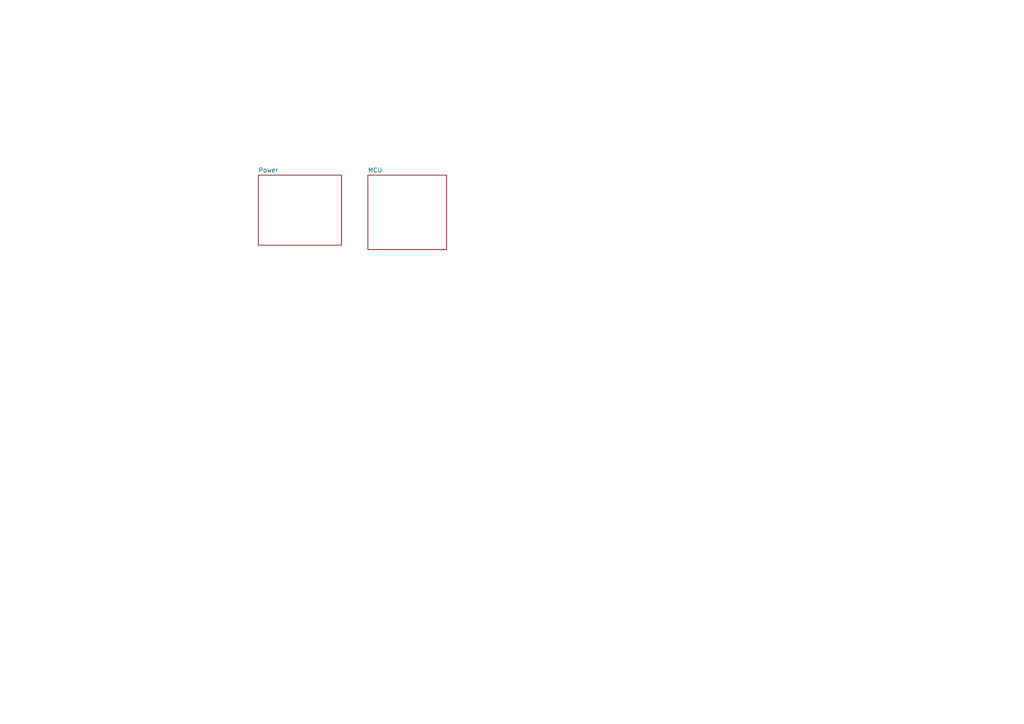
<source format=kicad_sch>
(kicad_sch
	(version 20250114)
	(generator "eeschema")
	(generator_version "9.0")
	(uuid "ac51c2f9-77a4-4b89-b63f-6e0ba02b1e45")
	(paper "A4")
	(lib_symbols)
	(sheet
		(at 74.93 50.8)
		(size 24.13 20.32)
		(exclude_from_sim no)
		(in_bom yes)
		(on_board yes)
		(dnp no)
		(fields_autoplaced yes)
		(stroke
			(width 0.1524)
			(type solid)
		)
		(fill
			(color 0 0 0 0.0000)
		)
		(uuid "8b114bf4-244b-4f38-bf43-9ab78bd7e40c")
		(property "Sheetname" "Power"
			(at 74.93 50.0884 0)
			(effects
				(font
					(size 1.27 1.27)
				)
				(justify left bottom)
			)
		)
		(property "Sheetfile" "Power.kicad_sch"
			(at 74.93 71.7046 0)
			(effects
				(font
					(size 1.27 1.27)
				)
				(justify left top)
				(hide yes)
			)
		)
		(instances
			(project "is-plant-okay"
				(path "/ac51c2f9-77a4-4b89-b63f-6e0ba02b1e45"
					(page "2")
				)
			)
		)
	)
	(sheet
		(at 106.68 50.8)
		(size 22.86 21.59)
		(exclude_from_sim no)
		(in_bom yes)
		(on_board yes)
		(dnp no)
		(fields_autoplaced yes)
		(stroke
			(width 0.1524)
			(type solid)
		)
		(fill
			(color 0 0 0 0.0000)
		)
		(uuid "ee1046de-6697-4ab5-acee-a324cbe7652e")
		(property "Sheetname" "MCU"
			(at 106.68 50.0884 0)
			(effects
				(font
					(size 1.27 1.27)
				)
				(justify left bottom)
			)
		)
		(property "Sheetfile" "mcu.kicad_sch"
			(at 106.68 72.9746 0)
			(effects
				(font
					(size 1.27 1.27)
				)
				(justify left top)
				(hide yes)
			)
		)
		(instances
			(project "is-plant-okay"
				(path "/ac51c2f9-77a4-4b89-b63f-6e0ba02b1e45"
					(page "3")
				)
			)
		)
	)
	(sheet_instances
		(path "/"
			(page "1")
		)
	)
	(embedded_fonts no)
)

</source>
